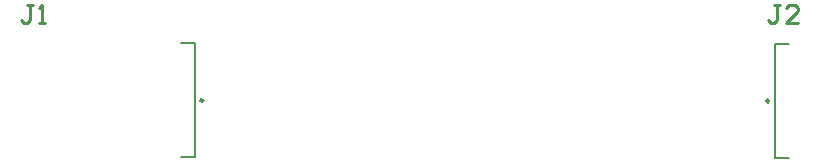
<source format=gbr>
%TF.GenerationSoftware,Altium Limited,Altium Designer,24.6.1 (21)*%
G04 Layer_Color=65535*
%FSLAX45Y45*%
%MOMM*%
%TF.SameCoordinates,3B8416F1-C8EF-4483-92FF-B4CDE3B21722*%
%TF.FilePolarity,Positive*%
%TF.FileFunction,Legend,Top*%
%TF.Part,Single*%
G01*
G75*
%TA.AperFunction,NonConductor*%
%ADD23C,0.25000*%
%ADD24C,0.20000*%
%ADD25C,0.25400*%
D23*
X3285000Y4630000D02*
G03*
X3285000Y4630000I-12500J0D01*
G01*
X8077500Y4625000D02*
G03*
X8077500Y4625000I-12500J0D01*
G01*
D24*
X3214140Y4147400D02*
Y5112600D01*
X3094160D02*
X3214140D01*
X3094160Y4147400D02*
X3214140D01*
X8123360Y4142400D02*
Y5107600D01*
Y4142400D02*
X8243340D01*
X8123360Y5107600D02*
X8243340D01*
D25*
X8166067Y5433011D02*
X8115283D01*
X8140675D01*
Y5306052D01*
X8115283Y5280660D01*
X8089892D01*
X8064500Y5306052D01*
X8318418Y5280660D02*
X8216851D01*
X8318418Y5382227D01*
Y5407619D01*
X8293026Y5433011D01*
X8242243D01*
X8216851Y5407619D01*
X1844007Y5438091D02*
X1793223D01*
X1818615D01*
Y5311132D01*
X1793223Y5285740D01*
X1767832D01*
X1742440Y5311132D01*
X1894791Y5285740D02*
X1945574D01*
X1920183D01*
Y5438091D01*
X1894791Y5412699D01*
%TF.MD5,39b6590c10f3453d14c27a680ac50e97*%
M02*

</source>
